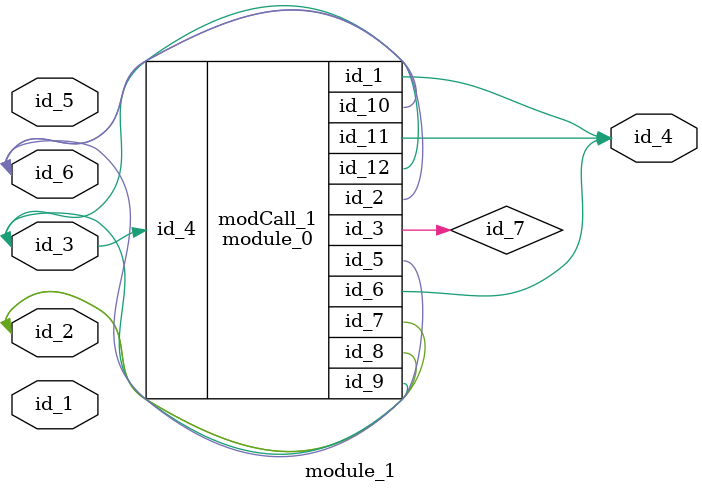
<source format=v>
module module_0 (
    id_1,
    id_2,
    id_3,
    id_4,
    id_5,
    id_6,
    id_7,
    id_8,
    id_9,
    id_10,
    id_11,
    id_12
);
  inout wire id_12;
  output wire id_11;
  inout wire id_10;
  inout wire id_9;
  output wire id_8;
  output wire id_7;
  output wire id_6;
  inout wire id_5;
  input wire id_4;
  inout wire id_3;
  inout wire id_2;
  output wire id_1;
  wire id_13;
endmodule
module module_1 (
    id_1,
    id_2,
    id_3,
    id_4,
    id_5,
    id_6
);
  inout wire id_6;
  inout wire id_5;
  output wire id_4;
  inout wire id_3;
  inout wire id_2;
  input wire id_1;
  wand id_7 = 1;
  module_0 modCall_1 (
      id_4,
      id_6,
      id_7,
      id_3,
      id_6,
      id_4,
      id_2,
      id_2,
      id_3,
      id_6,
      id_4,
      id_3
  );
endmodule

</source>
